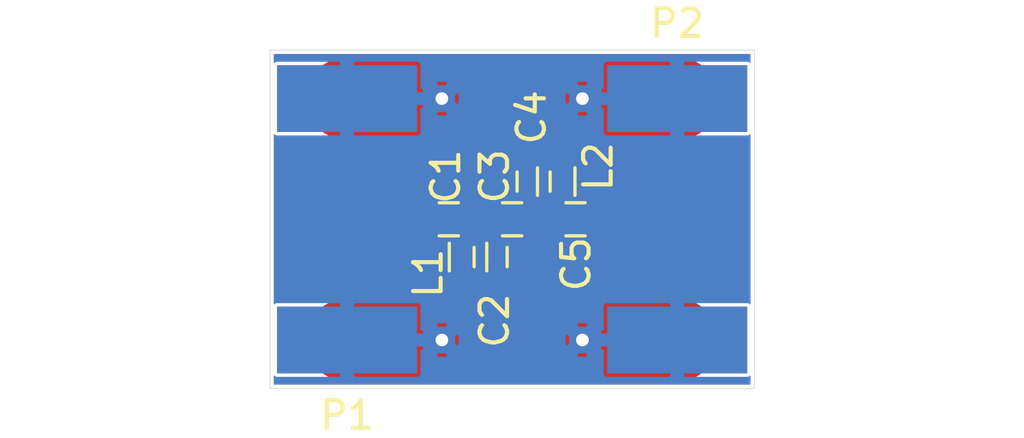
<source format=kicad_pcb>
(kicad_pcb (version 4) (host pcbnew 4.0.4-stable)

  (general
    (links 31)
    (no_connects 0)
    (area 122.757299 91.187299 140.362701 103.492701)
    (thickness 1.6)
    (drawings 4)
    (tracks 29)
    (zones 0)
    (modules 9)
    (nets 6)
  )

  (page A4)
  (layers
    (0 F.Cu signal)
    (31 B.Cu signal)
    (32 B.Adhes user)
    (33 F.Adhes user)
    (34 B.Paste user)
    (35 F.Paste user)
    (36 B.SilkS user)
    (37 F.SilkS user)
    (38 B.Mask user)
    (39 F.Mask user)
    (40 Dwgs.User user)
    (41 Cmts.User user)
    (42 Eco1.User user)
    (43 Eco2.User user)
    (44 Edge.Cuts user)
    (45 Margin user)
    (46 B.CrtYd user)
    (47 F.CrtYd user)
    (48 B.Fab user)
    (49 F.Fab user)
  )

  (setup
    (last_trace_width 0.25)
    (trace_clearance 0.1524)
    (zone_clearance 0.127)
    (zone_45_only no)
    (trace_min 0.2)
    (segment_width 0.2)
    (edge_width 0.0254)
    (via_size 0.6)
    (via_drill 0.4)
    (via_min_size 0.4)
    (via_min_drill 0.3)
    (uvia_size 0.3)
    (uvia_drill 0.1)
    (uvias_allowed no)
    (uvia_min_size 0.2)
    (uvia_min_drill 0.1)
    (pcb_text_width 0.3)
    (pcb_text_size 1.5 1.5)
    (mod_edge_width 0.15)
    (mod_text_size 1 1)
    (mod_text_width 0.15)
    (pad_size 1.524 1.524)
    (pad_drill 0.762)
    (pad_to_mask_clearance 0.2)
    (aux_axis_origin 0 0)
    (visible_elements FFFEFFFF)
    (pcbplotparams
      (layerselection 0x00030_80000001)
      (usegerberextensions false)
      (excludeedgelayer true)
      (linewidth 0.025400)
      (plotframeref false)
      (viasonmask false)
      (mode 1)
      (useauxorigin false)
      (hpglpennumber 1)
      (hpglpenspeed 20)
      (hpglpendiameter 15)
      (hpglpenoverlay 2)
      (psnegative false)
      (psa4output false)
      (plotreference true)
      (plotvalue true)
      (plotinvisibletext false)
      (padsonsilk false)
      (subtractmaskfromsilk false)
      (outputformat 1)
      (mirror false)
      (drillshape 1)
      (scaleselection 1)
      (outputdirectory ""))
  )

  (net 0 "")
  (net 1 "Net-(C1-Pad2)")
  (net 2 "Net-(C1-Pad1)")
  (net 3 GND)
  (net 4 "Net-(C3-Pad1)")
  (net 5 "Net-(C5-Pad1)")

  (net_class Default "This is the default net class."
    (clearance 0.1524)
    (trace_width 0.25)
    (via_dia 0.6)
    (via_drill 0.4)
    (uvia_dia 0.3)
    (uvia_drill 0.1)
    (add_net GND)
    (add_net "Net-(C1-Pad1)")
    (add_net "Net-(C1-Pad2)")
    (add_net "Net-(C3-Pad1)")
    (add_net "Net-(C5-Pad1)")
  )

  (net_class Fifty_Ohm_3mm ""
    (clearance 0.1524)
    (trace_width 3)
    (via_dia 0.6)
    (via_drill 0.4)
    (uvia_dia 0.3)
    (uvia_drill 0.1)
  )

  (module Capacitors_SMD:C_0603 (layer F.Cu) (tedit 5B5FF1B7) (tstamp 5B5FEF34)
    (at 129.26 97.34 180)
    (descr "Capacitor SMD 0603, reflow soldering, AVX (see smccp.pdf)")
    (tags "capacitor 0603")
    (path /5B5FE94D)
    (attr smd)
    (fp_text reference C1 (at 0.11 1.55 270) (layer F.SilkS)
      (effects (font (size 1 1) (thickness 0.15)))
    )
    (fp_text value 13pF (at -2.84 5.07 180) (layer F.Fab)
      (effects (font (size 1 1) (thickness 0.15)))
    )
    (fp_line (start 1.4 0.65) (end -1.4 0.65) (layer F.CrtYd) (width 0.05))
    (fp_line (start 1.4 0.65) (end 1.4 -0.65) (layer F.CrtYd) (width 0.05))
    (fp_line (start -1.4 -0.65) (end -1.4 0.65) (layer F.CrtYd) (width 0.05))
    (fp_line (start -1.4 -0.65) (end 1.4 -0.65) (layer F.CrtYd) (width 0.05))
    (fp_line (start 0.35 0.6) (end -0.35 0.6) (layer F.SilkS) (width 0.12))
    (fp_line (start -0.35 -0.6) (end 0.35 -0.6) (layer F.SilkS) (width 0.12))
    (fp_line (start -0.8 -0.4) (end 0.8 -0.4) (layer F.Fab) (width 0.1))
    (fp_line (start 0.8 -0.4) (end 0.8 0.4) (layer F.Fab) (width 0.1))
    (fp_line (start 0.8 0.4) (end -0.8 0.4) (layer F.Fab) (width 0.1))
    (fp_line (start -0.8 0.4) (end -0.8 -0.4) (layer F.Fab) (width 0.1))
    (fp_text user %R (at 0 0 180) (layer F.Fab)
      (effects (font (size 0.3 0.3) (thickness 0.075)))
    )
    (pad 2 smd rect (at 0.75 0 180) (size 0.8 0.75) (layers F.Cu F.Paste F.Mask)
      (net 1 "Net-(C1-Pad2)"))
    (pad 1 smd rect (at -0.75 0 180) (size 0.8 0.75) (layers F.Cu F.Paste F.Mask)
      (net 2 "Net-(C1-Pad1)"))
    (model Capacitors_SMD.3dshapes/C_0603.wrl
      (at (xyz 0 0 0))
      (scale (xyz 1 1 1))
      (rotate (xyz 0 0 0))
    )
  )

  (module Capacitors_SMD:C_0603 (layer F.Cu) (tedit 5B5FF0C6) (tstamp 5B5FEF45)
    (at 130.78 98.71 90)
    (descr "Capacitor SMD 0603, reflow soldering, AVX (see smccp.pdf)")
    (tags "capacitor 0603")
    (path /5B5FE9E2)
    (attr smd)
    (fp_text reference C2 (at -2.31 0.14 90) (layer F.SilkS)
      (effects (font (size 1 1) (thickness 0.15)))
    )
    (fp_text value 13pF (at -3.4 0.17 90) (layer F.Fab)
      (effects (font (size 1 1) (thickness 0.15)))
    )
    (fp_line (start 1.4 0.65) (end -1.4 0.65) (layer F.CrtYd) (width 0.05))
    (fp_line (start 1.4 0.65) (end 1.4 -0.65) (layer F.CrtYd) (width 0.05))
    (fp_line (start -1.4 -0.65) (end -1.4 0.65) (layer F.CrtYd) (width 0.05))
    (fp_line (start -1.4 -0.65) (end 1.4 -0.65) (layer F.CrtYd) (width 0.05))
    (fp_line (start 0.35 0.6) (end -0.35 0.6) (layer F.SilkS) (width 0.12))
    (fp_line (start -0.35 -0.6) (end 0.35 -0.6) (layer F.SilkS) (width 0.12))
    (fp_line (start -0.8 -0.4) (end 0.8 -0.4) (layer F.Fab) (width 0.1))
    (fp_line (start 0.8 -0.4) (end 0.8 0.4) (layer F.Fab) (width 0.1))
    (fp_line (start 0.8 0.4) (end -0.8 0.4) (layer F.Fab) (width 0.1))
    (fp_line (start -0.8 0.4) (end -0.8 -0.4) (layer F.Fab) (width 0.1))
    (fp_text user %R (at 0 0 90) (layer F.Fab)
      (effects (font (size 0.3 0.3) (thickness 0.075)))
    )
    (pad 2 smd rect (at 0.75 0 90) (size 0.8 0.75) (layers F.Cu F.Paste F.Mask)
      (net 2 "Net-(C1-Pad1)"))
    (pad 1 smd rect (at -0.75 0 90) (size 0.8 0.75) (layers F.Cu F.Paste F.Mask)
      (net 3 GND))
    (model Capacitors_SMD.3dshapes/C_0603.wrl
      (at (xyz 0 0 0))
      (scale (xyz 1 1 1))
      (rotate (xyz 0 0 0))
    )
  )

  (module Capacitors_SMD:C_0603 (layer F.Cu) (tedit 5B5FF1AB) (tstamp 5B5FEF56)
    (at 131.56 97.34 180)
    (descr "Capacitor SMD 0603, reflow soldering, AVX (see smccp.pdf)")
    (tags "capacitor 0603")
    (path /5B5FEB5E)
    (attr smd)
    (fp_text reference C3 (at 0.64 1.56 270) (layer F.SilkS)
      (effects (font (size 1 1) (thickness 0.15)))
    )
    (fp_text value 6pF (at -4.36 5.21 180) (layer F.Fab)
      (effects (font (size 1 1) (thickness 0.15)))
    )
    (fp_line (start 1.4 0.65) (end -1.4 0.65) (layer F.CrtYd) (width 0.05))
    (fp_line (start 1.4 0.65) (end 1.4 -0.65) (layer F.CrtYd) (width 0.05))
    (fp_line (start -1.4 -0.65) (end -1.4 0.65) (layer F.CrtYd) (width 0.05))
    (fp_line (start -1.4 -0.65) (end 1.4 -0.65) (layer F.CrtYd) (width 0.05))
    (fp_line (start 0.35 0.6) (end -0.35 0.6) (layer F.SilkS) (width 0.12))
    (fp_line (start -0.35 -0.6) (end 0.35 -0.6) (layer F.SilkS) (width 0.12))
    (fp_line (start -0.8 -0.4) (end 0.8 -0.4) (layer F.Fab) (width 0.1))
    (fp_line (start 0.8 -0.4) (end 0.8 0.4) (layer F.Fab) (width 0.1))
    (fp_line (start 0.8 0.4) (end -0.8 0.4) (layer F.Fab) (width 0.1))
    (fp_line (start -0.8 0.4) (end -0.8 -0.4) (layer F.Fab) (width 0.1))
    (fp_text user %R (at 0 0 180) (layer F.Fab)
      (effects (font (size 0.3 0.3) (thickness 0.075)))
    )
    (pad 2 smd rect (at 0.75 0 180) (size 0.8 0.75) (layers F.Cu F.Paste F.Mask)
      (net 2 "Net-(C1-Pad1)"))
    (pad 1 smd rect (at -0.75 0 180) (size 0.8 0.75) (layers F.Cu F.Paste F.Mask)
      (net 4 "Net-(C3-Pad1)"))
    (model Capacitors_SMD.3dshapes/C_0603.wrl
      (at (xyz 0 0 0))
      (scale (xyz 1 1 1))
      (rotate (xyz 0 0 0))
    )
  )

  (module Capacitors_SMD:C_0603 (layer F.Cu) (tedit 5B5FF9FC) (tstamp 5B5FEF67)
    (at 132.34 95.97 270)
    (descr "Capacitor SMD 0603, reflow soldering, AVX (see smccp.pdf)")
    (tags "capacitor 0603")
    (path /5B5FEB1E)
    (attr smd)
    (fp_text reference C4 (at -2.33 0.08 270) (layer F.SilkS)
      (effects (font (size 1 1) (thickness 0.15)))
    )
    (fp_text value 13pF (at 0 1.5 270) (layer F.Fab)
      (effects (font (size 1 1) (thickness 0.15)))
    )
    (fp_line (start 1.4 0.65) (end -1.4 0.65) (layer F.CrtYd) (width 0.05))
    (fp_line (start 1.4 0.65) (end 1.4 -0.65) (layer F.CrtYd) (width 0.05))
    (fp_line (start -1.4 -0.65) (end -1.4 0.65) (layer F.CrtYd) (width 0.05))
    (fp_line (start -1.4 -0.65) (end 1.4 -0.65) (layer F.CrtYd) (width 0.05))
    (fp_line (start 0.35 0.6) (end -0.35 0.6) (layer F.SilkS) (width 0.12))
    (fp_line (start -0.35 -0.6) (end 0.35 -0.6) (layer F.SilkS) (width 0.12))
    (fp_line (start -0.8 -0.4) (end 0.8 -0.4) (layer F.Fab) (width 0.1))
    (fp_line (start 0.8 -0.4) (end 0.8 0.4) (layer F.Fab) (width 0.1))
    (fp_line (start 0.8 0.4) (end -0.8 0.4) (layer F.Fab) (width 0.1))
    (fp_line (start -0.8 0.4) (end -0.8 -0.4) (layer F.Fab) (width 0.1))
    (fp_text user %R (at 0 0 270) (layer F.Fab)
      (effects (font (size 0.3 0.3) (thickness 0.075)))
    )
    (pad 2 smd rect (at 0.75 0 270) (size 0.8 0.75) (layers F.Cu F.Paste F.Mask)
      (net 4 "Net-(C3-Pad1)"))
    (pad 1 smd rect (at -0.75 0 270) (size 0.8 0.75) (layers F.Cu F.Paste F.Mask)
      (net 3 GND))
    (model Capacitors_SMD.3dshapes/C_0603.wrl
      (at (xyz 0 0 0))
      (scale (xyz 1 1 1))
      (rotate (xyz 0 0 0))
    )
  )

  (module Capacitors_SMD:C_0603 (layer F.Cu) (tedit 5B5FF238) (tstamp 5B5FEF78)
    (at 133.86 97.34 180)
    (descr "Capacitor SMD 0603, reflow soldering, AVX (see smccp.pdf)")
    (tags "capacitor 0603")
    (path /5B5FEB18)
    (attr smd)
    (fp_text reference C5 (at -0.02 -1.63 270) (layer F.SilkS)
      (effects (font (size 1 1) (thickness 0.15)))
    )
    (fp_text value 13pF (at -6.08 5.23 180) (layer F.Fab)
      (effects (font (size 1 1) (thickness 0.15)))
    )
    (fp_line (start 1.4 0.65) (end -1.4 0.65) (layer F.CrtYd) (width 0.05))
    (fp_line (start 1.4 0.65) (end 1.4 -0.65) (layer F.CrtYd) (width 0.05))
    (fp_line (start -1.4 -0.65) (end -1.4 0.65) (layer F.CrtYd) (width 0.05))
    (fp_line (start -1.4 -0.65) (end 1.4 -0.65) (layer F.CrtYd) (width 0.05))
    (fp_line (start 0.35 0.6) (end -0.35 0.6) (layer F.SilkS) (width 0.12))
    (fp_line (start -0.35 -0.6) (end 0.35 -0.6) (layer F.SilkS) (width 0.12))
    (fp_line (start -0.8 -0.4) (end 0.8 -0.4) (layer F.Fab) (width 0.1))
    (fp_line (start 0.8 -0.4) (end 0.8 0.4) (layer F.Fab) (width 0.1))
    (fp_line (start 0.8 0.4) (end -0.8 0.4) (layer F.Fab) (width 0.1))
    (fp_line (start -0.8 0.4) (end -0.8 -0.4) (layer F.Fab) (width 0.1))
    (fp_text user %R (at 0 0 180) (layer F.Fab)
      (effects (font (size 0.3 0.3) (thickness 0.075)))
    )
    (pad 2 smd rect (at 0.75 0 180) (size 0.8 0.75) (layers F.Cu F.Paste F.Mask)
      (net 4 "Net-(C3-Pad1)"))
    (pad 1 smd rect (at -0.75 0 180) (size 0.8 0.75) (layers F.Cu F.Paste F.Mask)
      (net 5 "Net-(C5-Pad1)"))
    (model Capacitors_SMD.3dshapes/C_0603.wrl
      (at (xyz 0 0 0))
      (scale (xyz 1 1 1))
      (rotate (xyz 0 0 0))
    )
  )

  (module Inductors_SMD:L_0603 (layer F.Cu) (tedit 5B5FF9E8) (tstamp 5B5FEF88)
    (at 129.96 98.71 270)
    (descr "Resistor SMD 0603, reflow soldering, Vishay (see dcrcw.pdf)")
    (tags "resistor 0603")
    (path /5B5FEC2E)
    (attr smd)
    (fp_text reference L1 (at 0.59 1.45 270) (layer F.SilkS)
      (effects (font (size 1 1) (thickness 0.15)))
    )
    (fp_text value 43nH (at 0 1.9 270) (layer F.Fab)
      (effects (font (size 1 1) (thickness 0.15)))
    )
    (fp_line (start -0.8 0.4) (end -0.8 -0.4) (layer F.Fab) (width 0.1))
    (fp_line (start 0.8 0.4) (end -0.8 0.4) (layer F.Fab) (width 0.1))
    (fp_line (start 0.8 -0.4) (end 0.8 0.4) (layer F.Fab) (width 0.1))
    (fp_line (start -0.8 -0.4) (end 0.8 -0.4) (layer F.Fab) (width 0.1))
    (fp_line (start -1.3 -0.8) (end 1.3 -0.8) (layer F.CrtYd) (width 0.05))
    (fp_line (start -1.3 0.8) (end 1.3 0.8) (layer F.CrtYd) (width 0.05))
    (fp_line (start -1.3 -0.8) (end -1.3 0.8) (layer F.CrtYd) (width 0.05))
    (fp_line (start 1.3 -0.8) (end 1.3 0.8) (layer F.CrtYd) (width 0.05))
    (fp_line (start 0.5 0.68) (end -0.5 0.68) (layer F.SilkS) (width 0.12))
    (fp_line (start -0.5 -0.68) (end 0.5 -0.68) (layer F.SilkS) (width 0.12))
    (pad 1 smd rect (at -0.75 0 270) (size 0.5 0.9) (layers F.Cu F.Paste F.Mask)
      (net 2 "Net-(C1-Pad1)"))
    (pad 2 smd rect (at 0.75 0 270) (size 0.5 0.9) (layers F.Cu F.Paste F.Mask)
      (net 3 GND))
    (model Inductors_SMD.3dshapes\L_0603.wrl
      (at (xyz 0 0 0))
      (scale (xyz 1 1 1))
      (rotate (xyz 0 0 0))
    )
  )

  (module Inductors_SMD:L_0603 (layer F.Cu) (tedit 5B5FF9D9) (tstamp 5B5FEF98)
    (at 133.16 95.97 90)
    (descr "Resistor SMD 0603, reflow soldering, Vishay (see dcrcw.pdf)")
    (tags "resistor 0603")
    (path /5B5FECAD)
    (attr smd)
    (fp_text reference L2 (at 0.54 1.52 90) (layer F.SilkS)
      (effects (font (size 1 1) (thickness 0.15)))
    )
    (fp_text value 43nH (at 0 1.9 90) (layer F.Fab)
      (effects (font (size 1 1) (thickness 0.15)))
    )
    (fp_line (start -0.8 0.4) (end -0.8 -0.4) (layer F.Fab) (width 0.1))
    (fp_line (start 0.8 0.4) (end -0.8 0.4) (layer F.Fab) (width 0.1))
    (fp_line (start 0.8 -0.4) (end 0.8 0.4) (layer F.Fab) (width 0.1))
    (fp_line (start -0.8 -0.4) (end 0.8 -0.4) (layer F.Fab) (width 0.1))
    (fp_line (start -1.3 -0.8) (end 1.3 -0.8) (layer F.CrtYd) (width 0.05))
    (fp_line (start -1.3 0.8) (end 1.3 0.8) (layer F.CrtYd) (width 0.05))
    (fp_line (start -1.3 -0.8) (end -1.3 0.8) (layer F.CrtYd) (width 0.05))
    (fp_line (start 1.3 -0.8) (end 1.3 0.8) (layer F.CrtYd) (width 0.05))
    (fp_line (start 0.5 0.68) (end -0.5 0.68) (layer F.SilkS) (width 0.12))
    (fp_line (start -0.5 -0.68) (end 0.5 -0.68) (layer F.SilkS) (width 0.12))
    (pad 1 smd rect (at -0.75 0 90) (size 0.5 0.9) (layers F.Cu F.Paste F.Mask)
      (net 4 "Net-(C3-Pad1)"))
    (pad 2 smd rect (at 0.75 0 90) (size 0.5 0.9) (layers F.Cu F.Paste F.Mask)
      (net 3 GND))
    (model Inductors_SMD.3dshapes\L_0603.wrl
      (at (xyz 0 0 0))
      (scale (xyz 1 1 1))
      (rotate (xyz 0 0 0))
    )
  )

  (module Connectors_Molex:Molex_SMA_Jack_Edge_Mount (layer F.Cu) (tedit 587D2992) (tstamp 5B5FEFBD)
    (at 127.29 97.34)
    (descr "Molex SMA Jack, Edge Mount, http://www.molex.com/pdm_docs/sd/732511150_sd.pdf")
    (tags "sma edge")
    (path /5B5FF05D)
    (attr smd)
    (fp_text reference P1 (at -1.72 7.11) (layer F.SilkS)
      (effects (font (size 1 1) (thickness 0.15)))
    )
    (fp_text value BNC (at -1.72 -7.11) (layer F.Fab)
      (effects (font (size 1 1) (thickness 0.15)))
    )
    (fp_line (start -4.76 -0.38) (end 0.49 -0.38) (layer F.Fab) (width 0.1))
    (fp_line (start -4.76 0.38) (end 0.49 0.38) (layer F.Fab) (width 0.1))
    (fp_line (start 0.49 -0.38) (end 0.49 0.38) (layer F.Fab) (width 0.1))
    (fp_line (start 0.49 3.75) (end 0.49 4.76) (layer F.Fab) (width 0.1))
    (fp_line (start 0.49 -4.76) (end 0.49 -3.75) (layer F.Fab) (width 0.1))
    (fp_line (start -14.29 -6.09) (end -14.29 6.09) (layer F.CrtYd) (width 0.05))
    (fp_line (start -14.29 6.09) (end 2.71 6.09) (layer F.CrtYd) (width 0.05))
    (fp_line (start 2.71 -6.09) (end 2.71 6.09) (layer B.CrtYd) (width 0.05))
    (fp_line (start -14.29 -6.09) (end 2.71 -6.09) (layer B.CrtYd) (width 0.05))
    (fp_line (start -14.29 -6.09) (end -14.29 6.09) (layer B.CrtYd) (width 0.05))
    (fp_line (start -14.29 6.09) (end 2.71 6.09) (layer B.CrtYd) (width 0.05))
    (fp_line (start 2.71 -6.09) (end 2.71 6.09) (layer F.CrtYd) (width 0.05))
    (fp_line (start 2.71 -6.09) (end -14.29 -6.09) (layer F.CrtYd) (width 0.05))
    (fp_line (start -4.76 -3.75) (end 0.49 -3.75) (layer F.Fab) (width 0.1))
    (fp_line (start -4.76 3.75) (end 0.49 3.75) (layer F.Fab) (width 0.1))
    (fp_line (start -13.79 -2.65) (end -5.91 -2.65) (layer F.Fab) (width 0.1))
    (fp_line (start -13.79 -2.65) (end -13.79 2.65) (layer F.Fab) (width 0.1))
    (fp_line (start -13.79 2.65) (end -5.91 2.65) (layer F.Fab) (width 0.1))
    (fp_line (start -4.76 -3.75) (end -4.76 3.75) (layer F.Fab) (width 0.1))
    (fp_line (start 0.49 -4.76) (end -5.91 -4.76) (layer F.Fab) (width 0.1))
    (fp_line (start -5.91 -4.76) (end -5.91 4.76) (layer F.Fab) (width 0.1))
    (fp_line (start -5.91 4.76) (end 0.49 4.76) (layer F.Fab) (width 0.1))
    (pad 1 smd rect (at -1.72 0) (size 5.08 2.29) (layers F.Cu F.Paste F.Mask)
      (net 1 "Net-(C1-Pad2)"))
    (pad 2 smd rect (at -1.72 -4.38) (size 5.08 2.42) (layers F.Cu F.Paste F.Mask)
      (net 3 GND))
    (pad 2 smd rect (at -1.72 4.38) (size 5.08 2.42) (layers F.Cu F.Paste F.Mask)
      (net 3 GND))
    (pad 2 smd rect (at -1.72 -4.38) (size 5.08 2.42) (layers B.Cu B.Paste B.Mask)
      (net 3 GND))
    (pad 2 smd rect (at -1.72 4.38) (size 5.08 2.42) (layers B.Cu B.Paste B.Mask)
      (net 3 GND))
    (pad 2 thru_hole circle (at 1.72 -4.38) (size 0.97 0.97) (drill 0.46) (layers *.Cu)
      (net 3 GND))
    (pad 2 thru_hole circle (at 1.72 4.38) (size 0.97 0.97) (drill 0.46) (layers *.Cu)
      (net 3 GND))
    (pad 2 smd rect (at 1.27 -4.38) (size 0.89 0.46) (layers F.Cu)
      (net 3 GND))
    (pad 2 smd rect (at 1.27 4.38) (size 0.89 0.46) (layers F.Cu)
      (net 3 GND))
    (pad 2 smd rect (at 1.27 -4.38) (size 0.89 0.46) (layers B.Cu)
      (net 3 GND))
    (pad 2 smd rect (at 1.27 4.38) (size 0.89 0.46) (layers B.Cu)
      (net 3 GND))
    (model ${KISYS3DMOD}/Connectors_Molex.3dshapes/Molex_SMA_Jack_Edge_Mount.wrl
      (at (xyz 0 0 0))
      (scale (xyz 1 1 1))
      (rotate (xyz 0 0 0))
    )
  )

  (module Connectors_Molex:Molex_SMA_Jack_Edge_Mount (layer F.Cu) (tedit 587D2992) (tstamp 5B5FEFE2)
    (at 135.83 97.34 180)
    (descr "Molex SMA Jack, Edge Mount, http://www.molex.com/pdm_docs/sd/732511150_sd.pdf")
    (tags "sma edge")
    (path /5B5FF0AD)
    (attr smd)
    (fp_text reference P2 (at -1.72 7.11 180) (layer F.SilkS)
      (effects (font (size 1 1) (thickness 0.15)))
    )
    (fp_text value BNC (at -1.72 -7.11 180) (layer F.Fab)
      (effects (font (size 1 1) (thickness 0.15)))
    )
    (fp_line (start -4.76 -0.38) (end 0.49 -0.38) (layer F.Fab) (width 0.1))
    (fp_line (start -4.76 0.38) (end 0.49 0.38) (layer F.Fab) (width 0.1))
    (fp_line (start 0.49 -0.38) (end 0.49 0.38) (layer F.Fab) (width 0.1))
    (fp_line (start 0.49 3.75) (end 0.49 4.76) (layer F.Fab) (width 0.1))
    (fp_line (start 0.49 -4.76) (end 0.49 -3.75) (layer F.Fab) (width 0.1))
    (fp_line (start -14.29 -6.09) (end -14.29 6.09) (layer F.CrtYd) (width 0.05))
    (fp_line (start -14.29 6.09) (end 2.71 6.09) (layer F.CrtYd) (width 0.05))
    (fp_line (start 2.71 -6.09) (end 2.71 6.09) (layer B.CrtYd) (width 0.05))
    (fp_line (start -14.29 -6.09) (end 2.71 -6.09) (layer B.CrtYd) (width 0.05))
    (fp_line (start -14.29 -6.09) (end -14.29 6.09) (layer B.CrtYd) (width 0.05))
    (fp_line (start -14.29 6.09) (end 2.71 6.09) (layer B.CrtYd) (width 0.05))
    (fp_line (start 2.71 -6.09) (end 2.71 6.09) (layer F.CrtYd) (width 0.05))
    (fp_line (start 2.71 -6.09) (end -14.29 -6.09) (layer F.CrtYd) (width 0.05))
    (fp_line (start -4.76 -3.75) (end 0.49 -3.75) (layer F.Fab) (width 0.1))
    (fp_line (start -4.76 3.75) (end 0.49 3.75) (layer F.Fab) (width 0.1))
    (fp_line (start -13.79 -2.65) (end -5.91 -2.65) (layer F.Fab) (width 0.1))
    (fp_line (start -13.79 -2.65) (end -13.79 2.65) (layer F.Fab) (width 0.1))
    (fp_line (start -13.79 2.65) (end -5.91 2.65) (layer F.Fab) (width 0.1))
    (fp_line (start -4.76 -3.75) (end -4.76 3.75) (layer F.Fab) (width 0.1))
    (fp_line (start 0.49 -4.76) (end -5.91 -4.76) (layer F.Fab) (width 0.1))
    (fp_line (start -5.91 -4.76) (end -5.91 4.76) (layer F.Fab) (width 0.1))
    (fp_line (start -5.91 4.76) (end 0.49 4.76) (layer F.Fab) (width 0.1))
    (pad 1 smd rect (at -1.72 0 180) (size 5.08 2.29) (layers F.Cu F.Paste F.Mask)
      (net 5 "Net-(C5-Pad1)"))
    (pad 2 smd rect (at -1.72 -4.38 180) (size 5.08 2.42) (layers F.Cu F.Paste F.Mask)
      (net 3 GND))
    (pad 2 smd rect (at -1.72 4.38 180) (size 5.08 2.42) (layers F.Cu F.Paste F.Mask)
      (net 3 GND))
    (pad 2 smd rect (at -1.72 -4.38 180) (size 5.08 2.42) (layers B.Cu B.Paste B.Mask)
      (net 3 GND))
    (pad 2 smd rect (at -1.72 4.38 180) (size 5.08 2.42) (layers B.Cu B.Paste B.Mask)
      (net 3 GND))
    (pad 2 thru_hole circle (at 1.72 -4.38 180) (size 0.97 0.97) (drill 0.46) (layers *.Cu)
      (net 3 GND))
    (pad 2 thru_hole circle (at 1.72 4.38 180) (size 0.97 0.97) (drill 0.46) (layers *.Cu)
      (net 3 GND))
    (pad 2 smd rect (at 1.27 -4.38 180) (size 0.89 0.46) (layers F.Cu)
      (net 3 GND))
    (pad 2 smd rect (at 1.27 4.38 180) (size 0.89 0.46) (layers F.Cu)
      (net 3 GND))
    (pad 2 smd rect (at 1.27 -4.38 180) (size 0.89 0.46) (layers B.Cu)
      (net 3 GND))
    (pad 2 smd rect (at 1.27 4.38 180) (size 0.89 0.46) (layers B.Cu)
      (net 3 GND))
    (model ${KISYS3DMOD}/Connectors_Molex.3dshapes/Molex_SMA_Jack_Edge_Mount.wrl
      (at (xyz 0 0 0))
      (scale (xyz 1 1 1))
      (rotate (xyz 0 0 0))
    )
  )

  (gr_line (start 122.77 103.48) (end 122.77 91.2) (angle 90) (layer Edge.Cuts) (width 0.0254))
  (gr_line (start 140.35 103.48) (end 122.77 103.48) (angle 90) (layer Edge.Cuts) (width 0.0254))
  (gr_line (start 140.35 91.2) (end 140.35 103.48) (angle 90) (layer Edge.Cuts) (width 0.0254))
  (gr_line (start 122.77 91.2) (end 140.35 91.2) (angle 90) (layer Edge.Cuts) (width 0.0254))

  (segment (start 128.51 97.34) (end 125.57 97.34) (width 0.25) (layer F.Cu) (net 1))
  (segment (start 130.81 97.34) (end 130.81 97.93) (width 0.25) (layer F.Cu) (net 2))
  (segment (start 130.81 97.93) (end 130.78 97.96) (width 0.25) (layer F.Cu) (net 2) (tstamp 5B5FFAFD))
  (segment (start 130.01 97.34) (end 130.01 97.91) (width 0.25) (layer F.Cu) (net 2))
  (segment (start 130.01 97.91) (end 130.06 97.96) (width 0.25) (layer F.Cu) (net 2) (tstamp 5B5FFAF0))
  (segment (start 130.06 97.96) (end 130.19 97.96) (width 0.25) (layer F.Cu) (net 2) (tstamp 5B5FFAF2))
  (segment (start 130.19 97.96) (end 130.81 97.34) (width 0.25) (layer F.Cu) (net 2) (tstamp 5B5FFAF4))
  (segment (start 129.01 101.72) (end 129.01 100.41) (width 0.25) (layer F.Cu) (net 3))
  (segment (start 129.01 100.41) (end 129.96 99.46) (width 0.25) (layer F.Cu) (net 3) (tstamp 5B5FFACC))
  (segment (start 129.96 99.46) (end 130.78 99.46) (width 0.25) (layer F.Cu) (net 3) (tstamp 5B5FFACE))
  (segment (start 133.16 95.22) (end 132.34 95.22) (width 0.25) (layer F.Cu) (net 3))
  (segment (start 132.34 95.22) (end 134.11 93.45) (width 0.25) (layer F.Cu) (net 3) (tstamp 5B5FFABA))
  (segment (start 134.11 93.45) (end 134.11 92.96) (width 0.25) (layer F.Cu) (net 3) (tstamp 5B5FFABE))
  (segment (start 137.55 92.96) (end 134.11 92.96) (width 3) (layer F.Cu) (net 3))
  (segment (start 134.11 92.96) (end 133.1 93.97) (width 3) (layer F.Cu) (net 3) (tstamp 5B5FF6E1))
  (segment (start 133.1 93.97) (end 130.02 93.97) (width 3) (layer F.Cu) (net 3) (tstamp 5B5FF6E3))
  (segment (start 130.02 93.97) (end 129.01 92.96) (width 3) (layer F.Cu) (net 3) (tstamp 5B5FF6E9))
  (segment (start 129.01 92.96) (end 125.57 92.96) (width 3) (layer F.Cu) (net 3) (tstamp 5B5FF6EC))
  (segment (start 125.57 101.72) (end 129.01 101.72) (width 3) (layer F.Cu) (net 3))
  (segment (start 129.01 101.72) (end 130.02 100.71) (width 3) (layer F.Cu) (net 3) (tstamp 5B5FF6C3))
  (segment (start 130.02 100.71) (end 133.1 100.71) (width 3) (layer F.Cu) (net 3) (tstamp 5B5FF6C4))
  (segment (start 133.1 100.71) (end 134.11 101.72) (width 3) (layer F.Cu) (net 3) (tstamp 5B5FF6CF))
  (segment (start 134.11 101.72) (end 137.55 101.72) (width 3) (layer F.Cu) (net 3) (tstamp 5B5FF6D2))
  (segment (start 133.16 96.72) (end 133.16 97.29) (width 0.25) (layer F.Cu) (net 4))
  (segment (start 133.16 97.29) (end 133.11 97.34) (width 0.25) (layer F.Cu) (net 4) (tstamp 5B5FFB0F))
  (segment (start 132.34 96.72) (end 133.16 96.72) (width 0.25) (layer F.Cu) (net 4))
  (segment (start 132.31 97.34) (end 132.31 96.75) (width 0.25) (layer F.Cu) (net 4))
  (segment (start 132.31 96.75) (end 132.34 96.72) (width 0.25) (layer F.Cu) (net 4) (tstamp 5B5FFB06))
  (segment (start 134.61 97.34) (end 137.55 97.34) (width 0.25) (layer F.Cu) (net 5))

  (zone (net 3) (net_name GND) (layer B.Cu) (tstamp 5B5FFA2A) (hatch edge 0.508)
    (connect_pads (clearance 0.127))
    (min_thickness 0.0254)
    (fill yes (arc_segments 16) (thermal_gap 0.127) (thermal_bridge_width 0.508))
    (polygon
      (pts
        (xy 122.75 91.18) (xy 140.37 91.18) (xy 140.37 103.5) (xy 122.75 103.5)
      )
    )
    (filled_polygon
      (pts
        (xy 140.1976 91.660034) (xy 140.169134 91.631568) (xy 140.117788 91.6103) (xy 137.826225 91.6103) (xy 137.7913 91.645225)
        (xy 137.7913 92.7187) (xy 137.8113 92.7187) (xy 137.8113 93.2013) (xy 137.7913 93.2013) (xy 137.7913 94.274775)
        (xy 137.826225 94.3097) (xy 140.117788 94.3097) (xy 140.169134 94.288432) (xy 140.1976 94.259966) (xy 140.1976 100.420034)
        (xy 140.169134 100.391568) (xy 140.117788 100.3703) (xy 137.826225 100.3703) (xy 137.7913 100.405225) (xy 137.7913 101.4787)
        (xy 137.8113 101.4787) (xy 137.8113 101.9613) (xy 137.7913 101.9613) (xy 137.7913 103.034775) (xy 137.826225 103.0697)
        (xy 140.117788 103.0697) (xy 140.169134 103.048432) (xy 140.1976 103.019966) (xy 140.1976 103.3276) (xy 122.9224 103.3276)
        (xy 122.9224 103.019966) (xy 122.950866 103.048432) (xy 123.002212 103.0697) (xy 125.293775 103.0697) (xy 125.3287 103.034775)
        (xy 125.3287 101.9613) (xy 125.8113 101.9613) (xy 125.8113 103.034775) (xy 125.846225 103.0697) (xy 128.137788 103.0697)
        (xy 128.189134 103.048432) (xy 128.228432 103.009134) (xy 128.2497 102.957788) (xy 128.2497 102.0897) (xy 128.302575 102.0897)
        (xy 128.3375 102.054775) (xy 128.3375 101.835) (xy 128.010225 101.835) (xy 127.9753 101.869925) (xy 127.9753 101.9613)
        (xy 125.8113 101.9613) (xy 125.3287 101.9613) (xy 125.3087 101.9613) (xy 125.3087 101.817026) (xy 128.380495 101.817026)
        (xy 128.391283 101.871261) (xy 128.449378 101.939372) (xy 128.55375 101.835) (xy 128.7825 101.835) (xy 128.7825 102.054775)
        (xy 128.817425 102.0897) (xy 128.98155 102.0897) (xy 128.790628 102.280622) (xy 128.858739 102.338717) (xy 129.107026 102.349505)
        (xy 129.161261 102.338717) (xy 129.229372 102.280622) (xy 133.890628 102.280622) (xy 133.958739 102.338717) (xy 134.207026 102.349505)
        (xy 134.261261 102.338717) (xy 134.329372 102.280622) (xy 134.13845 102.0897) (xy 134.302575 102.0897) (xy 134.3375 102.054775)
        (xy 134.3375 101.835) (xy 134.010225 101.835) (xy 133.9753 101.869925) (xy 133.9753 101.977788) (xy 133.996568 102.029134)
        (xy 134.035866 102.068432) (xy 134.083208 102.088042) (xy 133.890628 102.280622) (xy 129.229372 102.280622) (xy 129.036792 102.088042)
        (xy 129.084134 102.068432) (xy 129.123432 102.029134) (xy 129.1447 101.977788) (xy 129.1447 101.869925) (xy 129.109775 101.835)
        (xy 128.7825 101.835) (xy 128.55375 101.835) (xy 128.66875 101.72) (xy 129.35125 101.72) (xy 129.570622 101.939372)
        (xy 129.628717 101.871261) (xy 129.631073 101.817026) (xy 133.480495 101.817026) (xy 133.491283 101.871261) (xy 133.549378 101.939372)
        (xy 133.76875 101.72) (xy 134.45125 101.72) (xy 134.670622 101.939372) (xy 134.728717 101.871261) (xy 134.730292 101.835)
        (xy 134.7825 101.835) (xy 134.7825 102.054775) (xy 134.817425 102.0897) (xy 134.8703 102.0897) (xy 134.8703 102.957788)
        (xy 134.891568 103.009134) (xy 134.930866 103.048432) (xy 134.982212 103.0697) (xy 137.273775 103.0697) (xy 137.3087 103.034775)
        (xy 137.3087 101.9613) (xy 135.1447 101.9613) (xy 135.1447 101.869925) (xy 135.109775 101.835) (xy 134.7825 101.835)
        (xy 134.730292 101.835) (xy 134.739505 101.622974) (xy 134.728717 101.568739) (xy 134.670622 101.500628) (xy 134.45125 101.72)
        (xy 133.76875 101.72) (xy 133.549378 101.500628) (xy 133.491283 101.568739) (xy 133.480495 101.817026) (xy 129.631073 101.817026)
        (xy 129.639505 101.622974) (xy 129.628717 101.568739) (xy 129.570622 101.500628) (xy 129.35125 101.72) (xy 128.66875 101.72)
        (xy 128.449378 101.500628) (xy 128.391283 101.568739) (xy 128.380495 101.817026) (xy 125.3087 101.817026) (xy 125.3087 101.4787)
        (xy 125.3287 101.4787) (xy 125.3287 100.405225) (xy 125.8113 100.405225) (xy 125.8113 101.4787) (xy 127.9753 101.4787)
        (xy 127.9753 101.570075) (xy 128.010225 101.605) (xy 128.3375 101.605) (xy 128.3375 101.385225) (xy 128.7825 101.385225)
        (xy 128.7825 101.605) (xy 129.109775 101.605) (xy 129.1447 101.570075) (xy 129.1447 101.462212) (xy 129.123432 101.410866)
        (xy 129.084134 101.371568) (xy 129.036792 101.351958) (xy 129.229372 101.159378) (xy 133.890628 101.159378) (xy 134.083208 101.351958)
        (xy 134.035866 101.371568) (xy 133.996568 101.410866) (xy 133.9753 101.462212) (xy 133.9753 101.570075) (xy 134.010225 101.605)
        (xy 134.3375 101.605) (xy 134.3375 101.385225) (xy 134.7825 101.385225) (xy 134.7825 101.605) (xy 135.109775 101.605)
        (xy 135.1447 101.570075) (xy 135.1447 101.4787) (xy 137.3087 101.4787) (xy 137.3087 100.405225) (xy 137.273775 100.3703)
        (xy 134.982212 100.3703) (xy 134.930866 100.391568) (xy 134.891568 100.430866) (xy 134.8703 100.482212) (xy 134.8703 101.3503)
        (xy 134.817425 101.3503) (xy 134.7825 101.385225) (xy 134.3375 101.385225) (xy 134.302575 101.3503) (xy 134.13845 101.3503)
        (xy 134.329372 101.159378) (xy 134.261261 101.101283) (xy 134.012974 101.090495) (xy 133.958739 101.101283) (xy 133.890628 101.159378)
        (xy 129.229372 101.159378) (xy 129.161261 101.101283) (xy 128.912974 101.090495) (xy 128.858739 101.101283) (xy 128.790628 101.159378)
        (xy 128.98155 101.3503) (xy 128.817425 101.3503) (xy 128.7825 101.385225) (xy 128.3375 101.385225) (xy 128.302575 101.3503)
        (xy 128.2497 101.3503) (xy 128.2497 100.482212) (xy 128.228432 100.430866) (xy 128.189134 100.391568) (xy 128.137788 100.3703)
        (xy 125.846225 100.3703) (xy 125.8113 100.405225) (xy 125.3287 100.405225) (xy 125.293775 100.3703) (xy 123.002212 100.3703)
        (xy 122.950866 100.391568) (xy 122.9224 100.420034) (xy 122.9224 94.259966) (xy 122.950866 94.288432) (xy 123.002212 94.3097)
        (xy 125.293775 94.3097) (xy 125.3287 94.274775) (xy 125.3287 93.2013) (xy 125.8113 93.2013) (xy 125.8113 94.274775)
        (xy 125.846225 94.3097) (xy 128.137788 94.3097) (xy 128.189134 94.288432) (xy 128.228432 94.249134) (xy 128.2497 94.197788)
        (xy 128.2497 93.3297) (xy 128.302575 93.3297) (xy 128.3375 93.294775) (xy 128.3375 93.075) (xy 128.010225 93.075)
        (xy 127.9753 93.109925) (xy 127.9753 93.2013) (xy 125.8113 93.2013) (xy 125.3287 93.2013) (xy 125.3087 93.2013)
        (xy 125.3087 93.057026) (xy 128.380495 93.057026) (xy 128.391283 93.111261) (xy 128.449378 93.179372) (xy 128.55375 93.075)
        (xy 128.7825 93.075) (xy 128.7825 93.294775) (xy 128.817425 93.3297) (xy 128.98155 93.3297) (xy 128.790628 93.520622)
        (xy 128.858739 93.578717) (xy 129.107026 93.589505) (xy 129.161261 93.578717) (xy 129.229372 93.520622) (xy 133.890628 93.520622)
        (xy 133.958739 93.578717) (xy 134.207026 93.589505) (xy 134.261261 93.578717) (xy 134.329372 93.520622) (xy 134.13845 93.3297)
        (xy 134.302575 93.3297) (xy 134.3375 93.294775) (xy 134.3375 93.075) (xy 134.010225 93.075) (xy 133.9753 93.109925)
        (xy 133.9753 93.217788) (xy 133.996568 93.269134) (xy 134.035866 93.308432) (xy 134.083208 93.328042) (xy 133.890628 93.520622)
        (xy 129.229372 93.520622) (xy 129.036792 93.328042) (xy 129.084134 93.308432) (xy 129.123432 93.269134) (xy 129.1447 93.217788)
        (xy 129.1447 93.109925) (xy 129.109775 93.075) (xy 128.7825 93.075) (xy 128.55375 93.075) (xy 128.66875 92.96)
        (xy 129.35125 92.96) (xy 129.570622 93.179372) (xy 129.628717 93.111261) (xy 129.631073 93.057026) (xy 133.480495 93.057026)
        (xy 133.491283 93.111261) (xy 133.549378 93.179372) (xy 133.76875 92.96) (xy 134.45125 92.96) (xy 134.670622 93.179372)
        (xy 134.728717 93.111261) (xy 134.730292 93.075) (xy 134.7825 93.075) (xy 134.7825 93.294775) (xy 134.817425 93.3297)
        (xy 134.8703 93.3297) (xy 134.8703 94.197788) (xy 134.891568 94.249134) (xy 134.930866 94.288432) (xy 134.982212 94.3097)
        (xy 137.273775 94.3097) (xy 137.3087 94.274775) (xy 137.3087 93.2013) (xy 135.1447 93.2013) (xy 135.1447 93.109925)
        (xy 135.109775 93.075) (xy 134.7825 93.075) (xy 134.730292 93.075) (xy 134.739505 92.862974) (xy 134.728717 92.808739)
        (xy 134.670622 92.740628) (xy 134.45125 92.96) (xy 133.76875 92.96) (xy 133.549378 92.740628) (xy 133.491283 92.808739)
        (xy 133.480495 93.057026) (xy 129.631073 93.057026) (xy 129.639505 92.862974) (xy 129.628717 92.808739) (xy 129.570622 92.740628)
        (xy 129.35125 92.96) (xy 128.66875 92.96) (xy 128.449378 92.740628) (xy 128.391283 92.808739) (xy 128.380495 93.057026)
        (xy 125.3087 93.057026) (xy 125.3087 92.7187) (xy 125.3287 92.7187) (xy 125.3287 91.645225) (xy 125.8113 91.645225)
        (xy 125.8113 92.7187) (xy 127.9753 92.7187) (xy 127.9753 92.810075) (xy 128.010225 92.845) (xy 128.3375 92.845)
        (xy 128.3375 92.625225) (xy 128.7825 92.625225) (xy 128.7825 92.845) (xy 129.109775 92.845) (xy 129.1447 92.810075)
        (xy 129.1447 92.702212) (xy 129.123432 92.650866) (xy 129.084134 92.611568) (xy 129.036792 92.591958) (xy 129.229372 92.399378)
        (xy 133.890628 92.399378) (xy 134.083208 92.591958) (xy 134.035866 92.611568) (xy 133.996568 92.650866) (xy 133.9753 92.702212)
        (xy 133.9753 92.810075) (xy 134.010225 92.845) (xy 134.3375 92.845) (xy 134.3375 92.625225) (xy 134.7825 92.625225)
        (xy 134.7825 92.845) (xy 135.109775 92.845) (xy 135.1447 92.810075) (xy 135.1447 92.7187) (xy 137.3087 92.7187)
        (xy 137.3087 91.645225) (xy 137.273775 91.6103) (xy 134.982212 91.6103) (xy 134.930866 91.631568) (xy 134.891568 91.670866)
        (xy 134.8703 91.722212) (xy 134.8703 92.5903) (xy 134.817425 92.5903) (xy 134.7825 92.625225) (xy 134.3375 92.625225)
        (xy 134.302575 92.5903) (xy 134.13845 92.5903) (xy 134.329372 92.399378) (xy 134.261261 92.341283) (xy 134.012974 92.330495)
        (xy 133.958739 92.341283) (xy 133.890628 92.399378) (xy 129.229372 92.399378) (xy 129.161261 92.341283) (xy 128.912974 92.330495)
        (xy 128.858739 92.341283) (xy 128.790628 92.399378) (xy 128.98155 92.5903) (xy 128.817425 92.5903) (xy 128.7825 92.625225)
        (xy 128.3375 92.625225) (xy 128.302575 92.5903) (xy 128.2497 92.5903) (xy 128.2497 91.722212) (xy 128.228432 91.670866)
        (xy 128.189134 91.631568) (xy 128.137788 91.6103) (xy 125.846225 91.6103) (xy 125.8113 91.645225) (xy 125.3287 91.645225)
        (xy 125.293775 91.6103) (xy 123.002212 91.6103) (xy 122.950866 91.631568) (xy 122.9224 91.660034) (xy 122.9224 91.3524)
        (xy 140.1976 91.3524)
      )
    )
  )
)

</source>
